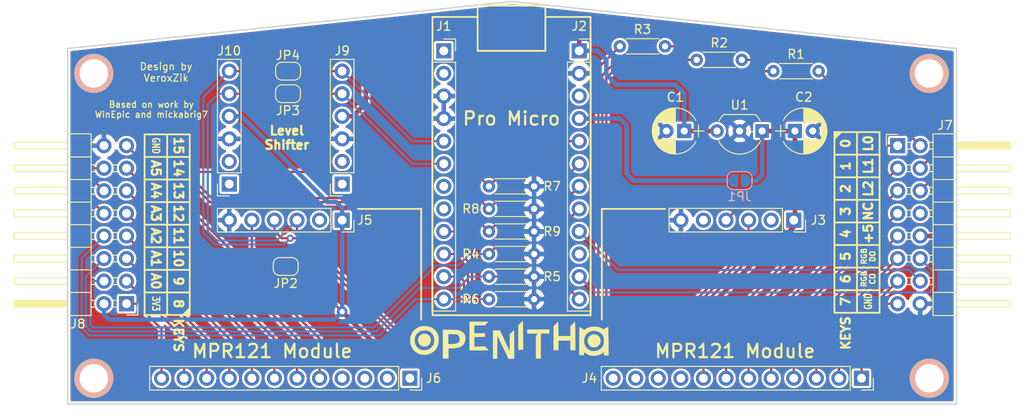
<source format=kicad_pcb>
(kicad_pcb (version 20171130) (host pcbnew "(5.0.0)")
  (layers (0 F.Cu signal) (31 B.Cu signal) (34 B.Paste user) (35 F.Paste user) (36 B.SilkS user) (37 F.SilkS user) (38 B.Mask user) (39 F.Mask user) (44 Edge.Cuts user))
  (net 0 "")
  (net 1 /AIR_5)
  (net 2 /AIR_4)
  (net 3 /AIR_3)
  (net 4 /AIR_2)
  (net 5 /AIR_1)
  (net 6 /AIR_0)
  (net 7 /LED_2)
  (net 8 /LED_1)
  (net 9 GND)
  (net 10 /LED_0)
  (net 11 +5V)
  (net 12 /KEY_7)
  (net 13 /KEY_6)
  (net 14 /KEY_5)
  (net 15 /KEY_4)
  (net 16 /KEY_3)
  (net 17 /KEY_2)
  (net 18 /KEY_1)
  (net 19 /KEY_0)
  (net 20 /KEY_8)
  (net 21 /KEY_9)
  (net 22 /KEY_10)
  (net 23 /KEY_11)
  (net 24 /KEY_12)
  (net 25 /KEY_13)
  (net 26 /KEY_14)
  (net 27 /KEY_15)
  (net 28 /RGB_DO)
  (net 29 /RGB_CO)
  (net 30 /LED_2_OUT)
  (net 31 /LED_1_OUT)
  (net 32 /LED_0_OUT)
  (net 33 +3V3)
  (net 34 "Net-(J1-Pad2)")
  (net 35 "Net-(J7-Pad8)")
  (net 36 "Net-(J9-Pad2)")
  (net 37 /SDA_H)
  (net 38 /SDA_L)
  (net 39 VCC)
  (net 40 /SCL_H)
  (net 41 /SCL_L)
  (net 42 "Net-(J5-Pad5)")
  (net 43 "Net-(J10-Pad1)")
  (net 44 "Net-(J10-Pad2)")
  (net 45 "Net-(J9-Pad1)")
  (net 46 "Net-(J5-Pad2)")
  (net 47 "Net-(J3-Pad5)")
  (net 48 "Net-(J3-Pad2)")
  (net 49 "Net-(J4-Pad11)")
  (net 50 "Net-(J4-Pad10)")
  (net 51 "Net-(J4-Pad9)")
  (net 52 "Net-(J2-Pad10)")
  (net 53 "Net-(J2-Pad3)")
  (net 54 "Net-(J1-Pad1)")
  (net 55 "Net-(J1-Pad7)")
  (net 56 "Net-(J1-Pad8)")
  (net 57 "Net-(J4-Pad12)")
  (net 58 "Net-(J6-Pad1)")
  (net 59 "Net-(J6-Pad2)")
  (net 60 "Net-(J6-Pad3)")
  (net 61 "Net-(J6-Pad4)")
  (module OpeNITHM:OpeNITHM (layer F.Cu) (at 154.686 80.772)
    (fp_text reference G*** hide)
    (fp_text value LOGO hide)
  )
  (module Resistors_THT:R_Axial_DIN0204_L3.6mm_D1.6mm_P5.08mm_Horizontal (layer F.Cu) (at 189.484 50.546 180)
    (fp_text reference R1 (at 2.54 1.905 180) (layer F.SilkS))
    (fp_text value 33)
    (pad 2 thru_hole oval (at 5.08 0 180) (size 1.4 1.4) (drill 0.7) (layers *.Cu *.Mask) (net 10 /LED_0))
    (pad 1 thru_hole circle (at 0 0 180) (size 1.4 1.4) (drill 0.7) (layers *.Cu *.Mask) (net 32 /LED_0_OUT))
  )
  (module Resistors_THT:R_Axial_DIN0204_L3.6mm_D1.6mm_P5.08mm_Horizontal (layer F.Cu) (at 180.848 49.276 180)
    (fp_text reference R2 (at 2.54 1.905 180) (layer F.SilkS))
    (fp_text value 33)
    (pad 1 thru_hole circle (at 0 0 180) (size 1.4 1.4) (drill 0.7) (layers *.Cu *.Mask) (net 31 /LED_1_OUT))
    (pad 2 thru_hole oval (at 5.08 0 180) (size 1.4 1.4) (drill 0.7) (layers *.Cu *.Mask) (net 8 /LED_1))
  )
  (module Resistors_THT:R_Axial_DIN0204_L3.6mm_D1.6mm_P5.08mm_Horizontal (layer F.Cu) (at 172.212 47.752 180)
    (fp_text reference R3 (at 2.54 1.905 180) (layer F.SilkS))
    (fp_text value 33)
    (pad 2 thru_hole oval (at 5.08 0 180) (size 1.4 1.4) (drill 0.7) (layers *.Cu *.Mask) (net 7 /LED_2))
    (pad 1 thru_hole circle (at 0 0 180) (size 1.4 1.4) (drill 0.7) (layers *.Cu *.Mask) (net 30 /LED_2_OUT))
  )
  (module Resistors_THT:R_Axial_DIN0204_L3.6mm_D1.6mm_P5.08mm_Horizontal (layer F.Cu) (at 152.4 71.12)
    (fp_text reference R4 (at -2.032 0) (layer F.SilkS))
    (fp_text value 51k)
    (pad 1 thru_hole circle (at 0 0) (size 1.4 1.4) (drill 0.7) (layers *.Cu *.Mask) (net 6 /AIR_0))
    (pad 2 thru_hole oval (at 5.08 0) (size 1.4 1.4) (drill 0.7) (layers *.Cu *.Mask) (net 9 GND))
  )
  (module Resistors_THT:R_Axial_DIN0204_L3.6mm_D1.6mm_P5.08mm_Horizontal (layer F.Cu) (at 152.4 73.66)
    (fp_text reference R5 (at 7.112 0) (layer F.SilkS))
    (fp_text value 51k)
    (pad 2 thru_hole oval (at 5.08 0) (size 1.4 1.4) (drill 0.7) (layers *.Cu *.Mask) (net 9 GND))
    (pad 1 thru_hole circle (at 0 0) (size 1.4 1.4) (drill 0.7) (layers *.Cu *.Mask) (net 5 /AIR_1))
  )
  (module Resistors_THT:R_Axial_DIN0204_L3.6mm_D1.6mm_P5.08mm_Horizontal (layer F.Cu) (at 152.4 76.2)
    (fp_text reference R6 (at -2.032 0) (layer F.SilkS))
    (fp_text value 51k)
    (pad 1 thru_hole circle (at 0 0) (size 1.4 1.4) (drill 0.7) (layers *.Cu *.Mask) (net 4 /AIR_2))
    (pad 2 thru_hole oval (at 5.08 0) (size 1.4 1.4) (drill 0.7) (layers *.Cu *.Mask) (net 9 GND))
  )
  (module Resistors_THT:R_Axial_DIN0204_L3.6mm_D1.6mm_P5.08mm_Horizontal (layer F.Cu) (at 152.4 63.5)
    (fp_text reference R7 (at 7.112 0) (layer F.SilkS))
    (fp_text value 51k)
    (pad 2 thru_hole oval (at 5.08 0) (size 1.4 1.4) (drill 0.7) (layers *.Cu *.Mask) (net 9 GND))
    (pad 1 thru_hole circle (at 0 0) (size 1.4 1.4) (drill 0.7) (layers *.Cu *.Mask) (net 3 /AIR_3))
  )
  (module Resistors_THT:R_Axial_DIN0204_L3.6mm_D1.6mm_P5.08mm_Horizontal (layer F.Cu) (at 152.4 66.04)
    (fp_text reference R8 (at -2.032 0) (layer F.SilkS))
    (fp_text value 51k)
    (pad 1 thru_hole circle (at 0 0) (size 1.4 1.4) (drill 0.7) (layers *.Cu *.Mask) (net 2 /AIR_4))
    (pad 2 thru_hole oval (at 5.08 0) (size 1.4 1.4) (drill 0.7) (layers *.Cu *.Mask) (net 9 GND))
  )
  (module Resistors_THT:R_Axial_DIN0204_L3.6mm_D1.6mm_P5.08mm_Horizontal (layer F.Cu) (at 152.4 68.58)
    (fp_text reference R9 (at 7.112 0) (layer F.SilkS))
    (fp_text value 51k)
    (pad 2 thru_hole oval (at 5.08 0) (size 1.4 1.4) (drill 0.7) (layers *.Cu *.Mask) (net 9 GND))
    (pad 1 thru_hole circle (at 0 0) (size 1.4 1.4) (drill 0.7) (layers *.Cu *.Mask) (net 1 /AIR_5))
  )
  (module Connector_PinSocket_2.54mm:PinSocket_1x12_P2.54mm_Vertical (layer F.Cu) (at 147.32 48.26)
    (fp_text reference J1 (at 0 -2.77) (layer F.SilkS))
    (fp_text value Conn_01x12)
    (pad 12 thru_hole oval (at 0 27.94) (size 1.7 1.7) (drill 1) (layers *.Cu *.Mask) (net 4 /AIR_2))
    (pad 11 thru_hole oval (at 0 25.4) (size 1.7 1.7) (drill 1) (layers *.Cu *.Mask) (net 10 /LED_0))
    (pad 10 thru_hole oval (at 0 22.86) (size 1.7 1.7) (drill 1) (layers *.Cu *.Mask) (net 8 /LED_1))
    (pad 9 thru_hole oval (at 0 20.32) (size 1.7 1.7) (drill 1) (layers *.Cu *.Mask) (net 7 /LED_2))
    (pad 8 thru_hole oval (at 0 17.78) (size 1.7 1.7) (drill 1) (layers *.Cu *.Mask) (net 56 "Net-(J1-Pad8)"))
    (pad 7 thru_hole oval (at 0 15.24) (size 1.7 1.7) (drill 1) (layers *.Cu *.Mask) (net 55 "Net-(J1-Pad7)"))
    (pad 6 thru_hole oval (at 0 12.7) (size 1.7 1.7) (drill 1) (layers *.Cu *.Mask) (net 40 /SCL_H))
    (pad 5 thru_hole oval (at 0 10.16) (size 1.7 1.7) (drill 1) (layers *.Cu *.Mask) (net 37 /SDA_H))
    (pad 4 thru_hole oval (at 0 7.62) (size 1.7 1.7) (drill 1) (layers *.Cu *.Mask) (net 9 GND))
    (pad 3 thru_hole oval (at 0 5.08) (size 1.7 1.7) (drill 1) (layers *.Cu *.Mask) (net 9 GND))
    (pad 2 thru_hole oval (at 0 2.54) (size 1.7 1.7) (drill 1) (layers *.Cu *.Mask) (net 34 "Net-(J1-Pad2)"))
    (pad 1 thru_hole rect (at 0 0) (size 1.7 1.7) (drill 1) (layers *.Cu *.Mask) (net 54 "Net-(J1-Pad1)"))
  )
  (module Connector_PinSocket_2.54mm:PinSocket_1x12_P2.54mm_Vertical (layer F.Cu) (at 162.56 48.26)
    (fp_text reference J2 (at 0 -2.77) (layer F.SilkS))
    (fp_text value Conn_01x12)
    (pad 1 thru_hole rect (at 0 0) (size 1.7 1.7) (drill 1) (layers *.Cu *.Mask) (net 11 +5V))
    (pad 2 thru_hole oval (at 0 2.54) (size 1.7 1.7) (drill 1) (layers *.Cu *.Mask) (net 9 GND))
    (pad 3 thru_hole oval (at 0 5.08) (size 1.7 1.7) (drill 1) (layers *.Cu *.Mask) (net 53 "Net-(J2-Pad3)"))
    (pad 4 thru_hole oval (at 0 7.62) (size 1.7 1.7) (drill 1) (layers *.Cu *.Mask) (net 39 VCC))
    (pad 5 thru_hole oval (at 0 10.16) (size 1.7 1.7) (drill 1) (layers *.Cu *.Mask) (net 3 /AIR_3))
    (pad 6 thru_hole oval (at 0 12.7) (size 1.7 1.7) (drill 1) (layers *.Cu *.Mask) (net 2 /AIR_4))
    (pad 7 thru_hole oval (at 0 15.24) (size 1.7 1.7) (drill 1) (layers *.Cu *.Mask) (net 1 /AIR_5))
    (pad 8 thru_hole oval (at 0 17.78) (size 1.7 1.7) (drill 1) (layers *.Cu *.Mask) (net 6 /AIR_0))
    (pad 9 thru_hole oval (at 0 20.32) (size 1.7 1.7) (drill 1) (layers *.Cu *.Mask) (net 29 /RGB_CO))
    (pad 10 thru_hole oval (at 0 22.86) (size 1.7 1.7) (drill 1) (layers *.Cu *.Mask) (net 52 "Net-(J2-Pad10)"))
    (pad 11 thru_hole oval (at 0 25.4) (size 1.7 1.7) (drill 1) (layers *.Cu *.Mask) (net 28 /RGB_DO))
    (pad 12 thru_hole oval (at 0 27.94) (size 1.7 1.7) (drill 1) (layers *.Cu *.Mask) (net 5 /AIR_1))
  )
  (module Connector_PinSocket_2.54mm:PinSocket_1x12_P2.54mm_Vertical (layer F.Cu) (at 194.31 85.09 270)
    (fp_text reference J4 (at 0 30.607) (layer F.SilkS))
    (fp_text value Conn_01x12)
    (pad 12 thru_hole oval (at 0 27.94 270) (size 1.7 1.7) (drill 1) (layers *.Cu *.Mask) (net 57 "Net-(J4-Pad12)"))
    (pad 11 thru_hole oval (at 0 25.4 270) (size 1.7 1.7) (drill 1) (layers *.Cu *.Mask) (net 49 "Net-(J4-Pad11)"))
    (pad 10 thru_hole oval (at 0 22.86 270) (size 1.7 1.7) (drill 1) (layers *.Cu *.Mask) (net 50 "Net-(J4-Pad10)"))
    (pad 9 thru_hole oval (at 0 20.32 270) (size 1.7 1.7) (drill 1) (layers *.Cu *.Mask) (net 51 "Net-(J4-Pad9)"))
    (pad 8 thru_hole oval (at 0 17.78 270) (size 1.7 1.7) (drill 1) (layers *.Cu *.Mask) (net 19 /KEY_0))
    (pad 7 thru_hole oval (at 0 15.24 270) (size 1.7 1.7) (drill 1) (layers *.Cu *.Mask) (net 18 /KEY_1))
    (pad 6 thru_hole oval (at 0 12.7 270) (size 1.7 1.7) (drill 1) (layers *.Cu *.Mask) (net 17 /KEY_2))
    (pad 5 thru_hole oval (at 0 10.16 270) (size 1.7 1.7) (drill 1) (layers *.Cu *.Mask) (net 16 /KEY_3))
    (pad 4 thru_hole oval (at 0 7.62 270) (size 1.7 1.7) (drill 1) (layers *.Cu *.Mask) (net 15 /KEY_4))
    (pad 3 thru_hole oval (at 0 5.08 270) (size 1.7 1.7) (drill 1) (layers *.Cu *.Mask) (net 14 /KEY_5))
    (pad 2 thru_hole oval (at 0 2.54 270) (size 1.7 1.7) (drill 1) (layers *.Cu *.Mask) (net 13 /KEY_6))
    (pad 1 thru_hole rect (at 0 0 270) (size 1.7 1.7) (drill 1) (layers *.Cu *.Mask) (net 12 /KEY_7))
  )
  (module Connector_PinSocket_2.54mm:PinSocket_1x12_P2.54mm_Vertical (layer F.Cu) (at 143.51 85.09 270)
    (fp_text reference J6 (at 0 -2.667) (layer F.SilkS))
    (fp_text value Conn_01x12)
    (pad 1 thru_hole rect (at 0 0 270) (size 1.7 1.7) (drill 1) (layers *.Cu *.Mask) (net 58 "Net-(J6-Pad1)"))
    (pad 2 thru_hole oval (at 0 2.54 270) (size 1.7 1.7) (drill 1) (layers *.Cu *.Mask) (net 59 "Net-(J6-Pad2)"))
    (pad 3 thru_hole oval (at 0 5.08 270) (size 1.7 1.7) (drill 1) (layers *.Cu *.Mask) (net 60 "Net-(J6-Pad3)"))
    (pad 4 thru_hole oval (at 0 7.62 270) (size 1.7 1.7) (drill 1) (layers *.Cu *.Mask) (net 61 "Net-(J6-Pad4)"))
    (pad 5 thru_hole oval (at 0 10.16 270) (size 1.7 1.7) (drill 1) (layers *.Cu *.Mask) (net 27 /KEY_15))
    (pad 6 thru_hole oval (at 0 12.7 270) (size 1.7 1.7) (drill 1) (layers *.Cu *.Mask) (net 26 /KEY_14))
    (pad 7 thru_hole oval (at 0 15.24 270) (size 1.7 1.7) (drill 1) (layers *.Cu *.Mask) (net 25 /KEY_13))
    (pad 8 thru_hole oval (at 0 17.78 270) (size 1.7 1.7) (drill 1) (layers *.Cu *.Mask) (net 24 /KEY_12))
    (pad 9 thru_hole oval (at 0 20.32 270) (size 1.7 1.7) (drill 1) (layers *.Cu *.Mask) (net 23 /KEY_11))
    (pad 10 thru_hole oval (at 0 22.86 270) (size 1.7 1.7) (drill 1) (layers *.Cu *.Mask) (net 22 /KEY_10))
    (pad 11 thru_hole oval (at 0 25.4 270) (size 1.7 1.7) (drill 1) (layers *.Cu *.Mask) (net 21 /KEY_9))
    (pad 12 thru_hole oval (at 0 27.94 270) (size 1.7 1.7) (drill 1) (layers *.Cu *.Mask) (net 20 /KEY_8))
  )
  (module Mounting_Holes:MountingHole_3.2mm_M3_ISO7380 (layer F.Cu) (at 201.95 85.1)
    (fp_text reference MH1 hide)
    (fp_text value MountingHole)
    (pad 1 np_thru_hole circle (at 0 0) (size 3.2 3.2) (drill 3.2) (layers *.Cu *.Mask))
  )
  (module Mounting_Holes:MountingHole_3.2mm_M3_ISO7380 (layer F.Cu) (at 201.9 50.8)
    (fp_text reference MH2 hide)
    (fp_text value MountingHole)
    (pad 1 np_thru_hole circle (at 0 0) (size 3.2 3.2) (drill 3.2) (layers *.Cu *.Mask))
  )
  (module Mounting_Holes:MountingHole_3.2mm_M3_ISO7380 (layer F.Cu) (at 107.95 85.1)
    (fp_text reference MH3 hide)
    (fp_text value MountingHole)
    (pad 1 np_thru_hole circle (at 0 0) (size 3.2 3.2) (drill 3.2) (layers *.Cu *.Mask))
  )
  (module Mounting_Holes:MountingHole_3.2mm_M3_ISO7380 (layer F.Cu) (at 107.95 50.8)
    (fp_text reference MH4 hide)
    (fp_text value MountingHole)
    (pad 1 np_thru_hole circle (at 0 0) (size 3.2 3.2) (drill 3.2) (layers *.Cu *.Mask))
  )
  (module Capacitors_THT:CP_Radial_D5.0mm_P2.00mm (layer F.Cu) (at 186.817 57.277)
    (fp_text reference C2 (at 1 -3.81) (layer F.SilkS))
    (fp_text value "35V 10uF")
    (pad 1 thru_hole rect (at 0 0) (size 1.6 1.6) (drill 0.8) (layers *.Cu *.Mask) (net 33 +3V3))
    (pad 2 thru_hole circle (at 2 0) (size 1.6 1.6) (drill 0.8) (layers *.Cu *.Mask) (net 9 GND))
  )
  (module Capacitors_THT:CP_Radial_D5.0mm_P2.00mm (layer F.Cu) (at 174.371 57.277 180)
    (fp_text reference C1 (at 1 3.81 180) (layer F.SilkS))
    (fp_text value "35V 10uF")
    (pad 2 thru_hole circle (at 2 0 180) (size 1.6 1.6) (drill 0.8) (layers *.Cu *.Mask) (net 9 GND))
    (pad 1 thru_hole rect (at 0 0 180) (size 1.6 1.6) (drill 0.8) (layers *.Cu *.Mask) (net 11 +5V))
  )
  (module Connector_PinSocket_2.54mm:PinSocket_1x06_P2.54mm_Vertical (layer F.Cu) (at 186.69 67.31 270)
    (fp_text reference J3 (at 0 -2.77) (layer F.SilkS))
    (fp_text value Conn_01x06)
    (pad 6 thru_hole oval (at 0 12.7 270) (size 1.7 1.7) (drill 1) (layers *.Cu *.Mask) (net 9 GND))
    (pad 5 thru_hole oval (at 0 10.16 270) (size 1.7 1.7) (drill 1) (layers *.Cu *.Mask) (net 47 "Net-(J3-Pad5)"))
    (pad 4 thru_hole oval (at 0 7.62 270) (size 1.7 1.7) (drill 1) (layers *.Cu *.Mask) (net 38 /SDA_L))
    (pad 3 thru_hole oval (at 0 5.08 270) (size 1.7 1.7) (drill 1) (layers *.Cu *.Mask) (net 41 /SCL_L))
    (pad 2 thru_hole oval (at 0 2.54 270) (size 1.7 1.7) (drill 1) (layers *.Cu *.Mask) (net 48 "Net-(J3-Pad2)"))
    (pad 1 thru_hole rect (at 0 0 270) (size 1.7 1.7) (drill 1) (layers *.Cu *.Mask) (net 33 +3V3))
  )
  (module Connector_PinSocket_2.54mm:PinSocket_1x06_P2.54mm_Vertical (layer F.Cu) (at 135.89 67.31 270)
    (fp_text reference J5 (at 0 -2.54) (layer F.SilkS))
    (fp_text value Conn_01x06)
    (pad 1 thru_hole rect (at 0 0 270) (size 1.7 1.7) (drill 1) (layers *.Cu *.Mask) (net 33 +3V3))
    (pad 2 thru_hole oval (at 0 2.54 270) (size 1.7 1.7) (drill 1) (layers *.Cu *.Mask) (net 46 "Net-(J5-Pad2)"))
    (pad 3 thru_hole oval (at 0 5.08 270) (size 1.7 1.7) (drill 1) (layers *.Cu *.Mask) (net 41 /SCL_L))
    (pad 4 thru_hole oval (at 0 7.62 270) (size 1.7 1.7) (drill 1) (layers *.Cu *.Mask) (net 38 /SDA_L))
    (pad 5 thru_hole oval (at 0 10.16 270) (size 1.7 1.7) (drill 1) (layers *.Cu *.Mask) (net 42 "Net-(J5-Pad5)"))
    (pad 6 thru_hole oval (at 0 12.7 270) (size 1.7 1.7) (drill 1) (layers *.Cu *.Mask) (net 9 GND))
  )
  (module Connector_PinSocket_2.54mm:PinSocket_1x06_P2.54mm_Vertical (layer F.Cu) (at 135.89 63.246 180)
    (fp_text reference J9 (at 0 14.986 180) (layer F.SilkS))
    (fp_text value Conn_01x06)
    (pad 6 thru_hole oval (at 0 12.7 180) (size 1.7 1.7) (drill 1) (layers *.Cu *.Mask) (net 37 /SDA_H))
    (pad 5 thru_hole oval (at 0 10.16 180) (size 1.7 1.7) (drill 1) (layers *.Cu *.Mask) (net 40 /SCL_H))
    (pad 4 thru_hole oval (at 0 7.62 180) (size 1.7 1.7) (drill 1) (layers *.Cu *.Mask) (net 11 +5V))
    (pad 3 thru_hole oval (at 0 5.08 180) (size 1.7 1.7) (drill 1) (layers *.Cu *.Mask) (net 9 GND))
    (pad 2 thru_hole oval (at 0 2.54 180) (size 1.7 1.7) (drill 1) (layers *.Cu *.Mask) (net 36 "Net-(J9-Pad2)"))
    (pad 1 thru_hole rect (at 0 0 180) (size 1.7 1.7) (drill 1) (layers *.Cu *.Mask) (net 45 "Net-(J9-Pad1)"))
  )
  (module Connector_PinSocket_2.54mm:PinSocket_1x06_P2.54mm_Vertical (layer F.Cu) (at 123.19 63.246 180)
    (fp_text reference J10 (at 0 14.986 180) (layer F.SilkS))
    (fp_text value Conn_01x06)
    (pad 1 thru_hole rect (at 0 0 180) (size 1.7 1.7) (drill 1) (layers *.Cu *.Mask) (net 43 "Net-(J10-Pad1)"))
    (pad 2 thru_hole oval (at 0 2.54 180) (size 1.7 1.7) (drill 1) (layers *.Cu *.Mask) (net 44 "Net-(J10-Pad2)"))
    (pad 3 thru_hole oval (at 0 5.08 180) (size 1.7 1.7) (drill 1) (layers *.Cu *.Mask) (net 9 GND))
    (pad 4 thru_hole oval (at 0 7.62 180) (size 1.7 1.7) (drill 1) (layers *.Cu *.Mask) (net 33 +3V3))
    (pad 5 thru_hole oval (at 0 10.16 180) (size 1.7 1.7) (drill 1) (layers *.Cu *.Mask) (net 41 /SCL_L))
    (pad 6 thru_hole oval (at 0 12.7 180) (size 1.7 1.7) (drill 1) (layers *.Cu *.Mask) (net 38 /SDA_L))
  )
  (module Jumper:SolderJumper-2_P1.3mm_Bridged_RoundedPad1.0x1.5mm (layer F.Cu) (at 129.54 72.517 180)
    (fp_text reference JP2 (at 0 -1.905 180) (layer F.SilkS))
    (fp_text value SolderJumper_2_Bridged)
    (pad 1 smd custom (at -0.65 0 180) (size 1 0.5) (layers F.Cu F.Mask) (net 33 +3V3) (options (clearance outline) (anchor rect)) (primitives (gr_circle (center 0 0.25) (end 0.5 0.25) (width 0)) (gr_circle (center 0 -0.25) (end 0.5 -0.25) (width 0)) (gr_poly (pts (xy 0 -0.75) (xy 0.5 -0.75) (xy 0.5 0.75) (xy 0 0.75)) (width 0)) (gr_poly (pts (xy 0.9 -0.3) (xy 0.4 -0.3) (xy 0.4 0.3) (xy 0.9 0.3)) (width 0))))
    (pad 2 smd custom (at 0.65 0 180) (size 1 0.5) (layers F.Cu F.Mask) (net 42 "Net-(J5-Pad5)") (options (clearance outline) (anchor rect)) (primitives (gr_circle (center 0 0.25) (end 0.5 0.25) (width 0)) (gr_circle (center 0 -0.25) (end 0.5 -0.25) (width 0)) (gr_poly (pts (xy 0 -0.75) (xy -0.5 -0.75) (xy -0.5 0.75) (xy 0 0.75)) (width 0))))
  )
  (module Jumper:SolderJumper-2_P1.3mm_Open_RoundedPad1.0x1.5mm (layer F.Cu) (at 129.794 53.086 180)
    (fp_text reference JP3 (at 0 -1.905 180) (layer F.SilkS))
    (fp_text value SolderJumper_2_Open)
    (pad 2 smd custom (at 0.65 0 180) (size 1 0.5) (layers F.Cu F.Mask) (net 41 /SCL_L) (options (clearance outline) (anchor rect)) (primitives (gr_circle (center 0 0.25) (end 0.5 0.25) (width 0)) (gr_circle (center 0 -0.25) (end 0.5 -0.25) (width 0)) (gr_poly (pts (xy 0 -0.75) (xy -0.5 -0.75) (xy -0.5 0.75) (xy 0 0.75)) (width 0))))
    (pad 1 smd custom (at -0.65 0 180) (size 1 0.5) (layers F.Cu F.Mask) (net 40 /SCL_H) (options (clearance outline) (anchor rect)) (primitives (gr_circle (center 0 0.25) (end 0.5 0.25) (width 0)) (gr_circle (center 0 -0.25) (end 0.5 -0.25) (width 0)) (gr_poly (pts (xy 0 -0.75) (xy 0.5 -0.75) (xy 0.5 0.75) (xy 0 0.75)) (width 0))))
  )
  (module Jumper:SolderJumper-2_P1.3mm_Open_RoundedPad1.0x1.5mm (layer B.Cu) (at 180.594 62.865)
    (fp_text reference JP1 (at 0 1.8) (layer B.SilkS) (effects (justify mirror)))
    (fp_text value SolderJumper_2_Open)
    (pad 2 smd custom (at 0.65 0) (size 1 0.5) (layers B.Cu B.Mask) (net 33 +3V3) (options (clearance outline) (anchor rect)) (primitives (gr_circle (center 0 -0.25) (end 0.5 -0.25) (width 0)) (gr_circle (center 0 0.25) (end 0.5 0.25) (width 0)) (gr_poly (pts (xy 0 0.75) (xy -0.5 0.75) (xy -0.5 -0.75) (xy 0 -0.75)) (width 0))))
    (pad 1 smd custom (at -0.65 0) (size 1 0.5) (layers B.Cu B.Mask) (net 39 VCC) (options (clearance outline) (anchor rect)) (primitives (gr_circle (center 0 -0.25) (end 0.5 -0.25) (width 0)) (gr_circle (center 0 0.25) (end 0.5 0.25) (width 0)) (gr_poly (pts (xy 0 0.75) (xy 0.5 0.75) (xy 0.5 -0.75) (xy 0 -0.75)) (width 0))))
  )
  (module Jumper:SolderJumper-2_P1.3mm_Open_RoundedPad1.0x1.5mm (layer F.Cu) (at 129.805001 50.546 180)
    (fp_text reference JP4 (at 0.011001 1.778 180) (layer F.SilkS))
    (fp_text value SolderJumper_2_Open)
    (pad 1 smd custom (at -0.65 0 180) (size 1 0.5) (layers F.Cu F.Mask) (net 37 /SDA_H) (options (clearance outline) (anchor rect)) (primitives (gr_circle (center 0 0.25) (end 0.5 0.25) (width 0)) (gr_circle (center 0 -0.25) (end 0.5 -0.25) (width 0)) (gr_poly (pts (xy 0 -0.75) (xy 0.5 -0.75) (xy 0.5 0.75) (xy 0 0.75)) (width 0))))
    (pad 2 smd custom (at 0.65 0 180) (size 1 0.5) (layers F.Cu F.Mask) (net 38 /SDA_L) (options (clearance outline) (anchor rect)) (primitives (gr_circle (center 0 0.25) (end 0.5 0.25) (width 0)) (gr_circle (center 0 -0.25) (end 0.5 -0.25) (width 0)) (gr_poly (pts (xy 0 -0.75) (xy -0.5 -0.75) (xy -0.5 0.75) (xy 0 0.75)) (width 0))))
  )
  (module TO_SOT_Packages_THT:TO-92_Inline_Wide (layer F.Cu) (at 183.134 57.277 180)
    (fp_text reference U1 (at 2.54 2.921) (layer F.SilkS))
    (fp_text value L4931CZ33)
    (pad 1 thru_hole rect (at 0 0 270) (size 1.52 1.52) (drill 0.8) (layers *.Cu *.Mask) (net 33 +3V3))
    (pad 3 thru_hole circle (at 5.08 0 270) (size 1.52 1.52) (drill 0.8) (layers *.Cu *.Mask) (net 11 +5V))
    (pad 2 thru_hole circle (at 2.54 0 270) (size 1.52 1.52) (drill 0.8) (layers *.Cu *.Mask) (net 9 GND))
  )
  (module Connector_PinHeader_2.54mm:PinHeader_2x08_P2.54mm_Horizontal (layer F.Cu) (at 198.374 58.928)
    (fp_text reference J7 (at 5.334 -2.286) (layer F.SilkS))
    (fp_text value Conn_02x08_Odd_Even)
    (pad 16 thru_hole oval (at 2.54 17.78) (size 1.7 1.7) (drill 1) (layers *.Cu *.Mask) (net 9 GND))
    (pad 15 thru_hole oval (at 0 17.78) (size 1.7 1.7) (drill 1) (layers *.Cu *.Mask) (net 12 /KEY_7))
    (pad 14 thru_hole oval (at 2.54 15.24) (size 1.7 1.7) (drill 1) (layers *.Cu *.Mask) (net 29 /RGB_CO))
    (pad 13 thru_hole oval (at 0 15.24) (size 1.7 1.7) (drill 1) (layers *.Cu *.Mask) (net 13 /KEY_6))
    (pad 12 thru_hole oval (at 2.54 12.7) (size 1.7 1.7) (drill 1) (layers *.Cu *.Mask) (net 28 /RGB_DO))
    (pad 11 thru_hole oval (at 0 12.7) (size 1.7 1.7) (drill 1) (layers *.Cu *.Mask) (net 14 /KEY_5))
    (pad 10 thru_hole oval (at 2.54 10.16) (size 1.7 1.7) (drill 1) (layers *.Cu *.Mask) (net 11 +5V))
    (pad 9 thru_hole oval (at 0 10.16) (size 1.7 1.7) (drill 1) (layers *.Cu *.Mask) (net 15 /KEY_4))
    (pad 8 thru_hole oval (at 2.54 7.62) (size 1.7 1.7) (drill 1) (layers *.Cu *.Mask) (net 35 "Net-(J7-Pad8)"))
    (pad 7 thru_hole oval (at 0 7.62) (size 1.7 1.7) (drill 1) (layers *.Cu *.Mask) (net 16 /KEY_3))
    (pad 6 thru_hole oval (at 2.54 5.08) (size 1.7 1.7) (drill 1) (layers *.Cu *.Mask) (net 30 /LED_2_OUT))
    (pad 5 thru_hole oval (at 0 5.08) (size 1.7 1.7) (drill 1) (layers *.Cu *.Mask) (net 17 /KEY_2))
    (pad 4 thru_hole oval (at 2.54 2.54) (size 1.7 1.7) (drill 1) (layers *.Cu *.Mask) (net 31 /LED_1_OUT))
    (pad 3 thru_hole oval (at 0 2.54) (size 1.7 1.7) (drill 1) (layers *.Cu *.Mask) (net 18 /KEY_1))
    (pad 2 thru_hole oval (at 2.54 0) (size 1.7 1.7) (drill 1) (layers *.Cu *.Mask) (net 32 /LED_0_OUT))
    (pad 1 thru_hole rect (at 0 0) (size 1.7 1.7) (drill 1) (layers *.Cu *.Mask) (net 19 /KEY_0))
  )
  (module Connector_PinHeader_2.54mm:PinHeader_2x08_P2.54mm_Horizontal (layer F.Cu) (at 111.633 76.708 180)
    (fp_text reference J8 (at 5.461 -2.27 180) (layer F.SilkS))
    (fp_text value Conn_02x08_Odd_Even)
    (pad 1 thru_hole rect (at 0 0 180) (size 1.7 1.7) (drill 1) (layers *.Cu *.Mask) (net 20 /KEY_8))
    (pad 2 thru_hole oval (at 2.54 0 180) (size 1.7 1.7) (drill 1) (layers *.Cu *.Mask) (net 33 +3V3))
    (pad 3 thru_hole oval (at 0 2.54 180) (size 1.7 1.7) (drill 1) (layers *.Cu *.Mask) (net 21 /KEY_9))
    (pad 4 thru_hole oval (at 2.54 2.54 180) (size 1.7 1.7) (drill 1) (layers *.Cu *.Mask) (net 6 /AIR_0))
    (pad 5 thru_hole oval (at 0 5.08 180) (size 1.7 1.7) (drill 1) (layers *.Cu *.Mask) (net 22 /KEY_10))
    (pad 6 thru_hole oval (at 2.54 5.08 180) (size 1.7 1.7) (drill 1) (layers *.Cu *.Mask) (net 5 /AIR_1))
    (pad 7 thru_hole oval (at 0 7.62 180) (size 1.7 1.7) (drill 1) (layers *.Cu *.Mask) (net 23 /KEY_11))
    (pad 8 thru_hole oval (at 2.54 7.62 180) (size 1.7 1.7) (drill 1) (layers *.Cu *.Mask) (net 4 /AIR_2))
    (pad 9 thru_hole oval (at 0 10.16 180) (size 1.7 1.7) (drill 1) (layers *.Cu *.Mask) (net 24 /KEY_12))
    (pad 10 thru_hole oval (at 2.54 10.16 180) (size 1.7 1.7) (drill 1) (layers *.Cu *.Mask) (net 3 /AIR_3))
    (pad 11 thru_hole oval (at 0 12.7 180) (size 1.7 1.7) (drill 1) (layers *.Cu *.Mask) (net 25 /KEY_13))
    (pad 12 thru_hole oval (at 2.54 12.7 180) (size 1.7 1.7) (drill 1) (layers *.Cu *.Mask) (net 2 /AIR_4))
    (pad 13 thru_hole oval (at 0 15.24 180) (size 1.7 1.7) (drill 1) (layers *.Cu *.Mask) (net 26 /KEY_14))
    (pad 14 thru_hole oval (at 2.54 15.24 180) (size 1.7 1.7) (drill 1) (layers *.Cu *.Mask) (net 1 /AIR_5))
    (pad 15 thru_hole oval (at 0 17.78 180) (size 1.7 1.7) (drill 1) (layers *.Cu *.Mask) (net 27 /KEY_15))
    (pad 16 thru_hole oval (at 2.54 17.78 180) (size 1.7 1.7) (drill 1) (layers *.Cu *.Mask) (net 9 GND))
  )
  (gr_line (start 165.1 66.04) (end 172.212 66.04) (layer F.SilkS) (width 0.2))
  (gr_line (start 165.1 78.486) (end 165.1 66.04) (layer F.SilkS) (width 0.2))
  (gr_line (start 144.78 66.04) (end 144.78 78.486) (layer F.SilkS) (width 0.2))
  (gr_line (start 137.668 66.04) (end 144.78 66.04) (layer F.SilkS) (width 0.2))
  (gr_line (start 196.342 77.724) (end 196.342 57.404) (layer F.SilkS) (width 0.2))
  (gr_line (start 113.665 57.658) (end 113.665 77.978) (layer F.SilkS) (width 0.2))
  (gr_text "MPR121 Module" (at 180.086 82.042) (layer F.SilkS) (effects (font (size 1.5 1.5) (thickness 0.25))))
  (gr_text "MPR121 Module" (at 128.016 82.042) (layer F.SilkS) (effects (font (size 1.5 1.5) (thickness 0.25))))
  (gr_text "Level\nShifter" (at 129.667 58.039) (layer F.SilkS) (effects (font (size 1 1) (thickness 0.25))))
  (gr_text GND (at 114.935 58.928 270) (layer F.SilkS) (effects (font (size 0.8 0.6))))
  (gr_text NC (at 195.072 66.294 90) (layer F.SilkS) (effects (font (size 1 1) (thickness 0.25))))
  (gr_text A5 (at 114.935 61.468 270) (layer F.SilkS) (effects (font (size 1 1) (thickness 0.25))))
  (gr_text A4 (at 114.935 64.008 270) (layer F.SilkS) (effects (font (size 1 1) (thickness 0.25))))
  (gr_text A3 (at 114.935 66.548 270) (layer F.SilkS) (effects (font (size 1 1) (thickness 0.25))))
  (gr_text A2 (at 114.935 69.088 270) (layer F.SilkS) (effects (font (size 1 1) (thickness 0.25))))
  (gr_text A1 (at 114.935 71.628 270) (layer F.SilkS) (effects (font (size 1 1) (thickness 0.25))))
  (gr_text 3V3 (at 114.935 76.708 270) (layer F.SilkS) (effects (font (size 0.8 0.6))))
  (gr_text 8 (at 117.475 76.708 270) (layer F.SilkS) (effects (font (size 1 1) (thickness 0.25))))
  (gr_text 15 (at 117.475 58.928 270) (layer F.SilkS) (effects (font (size 1 1) (thickness 0.25))))
  (gr_text 13 (at 117.475 64.008 270) (layer F.SilkS) (effects (font (size 1 1) (thickness 0.25))))
  (gr_text 11 (at 117.475 69.088 270) (layer F.SilkS) (effects (font (size 1 1) (thickness 0.25))))
  (gr_text KEYS (at 117.475 80.264 270) (layer F.SilkS) (effects (font (size 1 1) (thickness 0.25))))
  (gr_text 12 (at 117.475 66.548 270) (layer F.SilkS) (effects (font (size 1 1) (thickness 0.25))))
  (gr_text 10 (at 117.475 71.628 270) (layer F.SilkS) (effects (font (size 1 1) (thickness 0.25))))
  (gr_text 9 (at 117.475 74.168 270) (layer F.SilkS) (effects (font (size 1 1) (thickness 0.25))))
  (gr_text A0 (at 114.935 74.168 270) (layer F.SilkS) (effects (font (size 1 1) (thickness 0.25))))
  (gr_text 14 (at 117.475 61.468 270) (layer F.SilkS) (effects (font (size 1 1) (thickness 0.25))))
  (gr_line (start 118.745 57.658) (end 118.745 77.978) (layer F.SilkS) (width 0.2))
  (gr_line (start 113.665 57.658) (end 118.745 57.658) (layer F.SilkS) (width 0.2))
  (gr_line (start 113.665 77.978) (end 118.745 77.978) (layer F.SilkS) (width 0.2))
  (gr_line (start 113.665 62.738) (end 118.745 62.738) (layer F.SilkS) (width 0.2))
  (gr_line (start 113.665 65.278) (end 118.745 65.278) (layer F.SilkS) (width 0.2))
  (gr_line (start 116.205 57.658) (end 116.205 77.978) (layer F.SilkS) (width 0.2))
  (gr_line (start 118.745 70.358) (end 113.665 70.358) (layer F.SilkS) (width 0.2))
  (gr_line (start 118.745 75.438) (end 113.665 75.438) (layer F.SilkS) (width 0.2))
  (gr_line (start 113.665 67.818) (end 118.745 67.818) (layer F.SilkS) (width 0.2))
  (gr_line (start 113.665 72.898) (end 118.745 72.898) (layer F.SilkS) (width 0.2))
  (gr_line (start 113.665 60.198) (end 118.745 60.198) (layer F.SilkS) (width 0.2))
  (gr_line (start 118.237 77.978) (end 118.745 77.724) (layer F.SilkS) (width 0.2))
  (gr_line (start 117.983 77.978) (end 118.745 77.47) (layer F.SilkS) (width 0.2))
  (gr_line (start 118.745 77.216) (end 117.983 77.978) (layer F.SilkS) (width 0.2))
  (gr_line (start 118.745 77.47) (end 118.237 77.978) (layer F.SilkS) (width 0.2))
  (gr_text "RGB\nDO" (at 195.072 71.374 90) (layer F.SilkS) (effects (font (size 0.6 0.6))))
  (gr_text "RGB\nCO" (at 195.072 73.914 90) (layer F.SilkS) (effects (font (size 0.6 0.6))))
  (gr_text GND (at 195.072 76.454 90) (layer F.SilkS) (effects (font (size 0.8 0.6))))
  (gr_text +5 (at 195.072 68.834 90) (layer F.SilkS) (effects (font (size 1 1) (thickness 0.25))))
  (gr_text L2 (at 195.072 63.754 90) (layer F.SilkS) (effects (font (size 1 1) (thickness 0.25))))
  (gr_text L1 (at 195.072 61.214 90) (layer F.SilkS) (effects (font (size 1 1) (thickness 0.25))))
  (gr_text L0 (at 195.072 58.674 90) (layer F.SilkS) (effects (font (size 1 1) (thickness 0.25))))
  (gr_line (start 191.77 57.404) (end 191.262 57.658) (layer F.SilkS) (width 0.2))
  (gr_line (start 191.262 57.912) (end 191.77 57.404) (layer F.SilkS) (width 0.2))
  (gr_line (start 192.024 57.404) (end 191.262 57.912) (layer F.SilkS) (width 0.2))
  (gr_line (start 191.262 58.166) (end 192.024 57.404) (layer F.SilkS) (width 0.2))
  (gr_text 7 (at 192.532 76.454 90) (layer F.SilkS) (effects (font (size 1 1) (thickness 0.25))))
  (gr_text 6 (at 192.532 73.914 90) (layer F.SilkS) (effects (font (size 1 1) (thickness 0.25))))
  (gr_text 5 (at 192.532 71.374 90) (layer F.SilkS) (effects (font (size 1 1) (thickness 0.25))))
  (gr_text 4 (at 192.532 68.834 90) (layer F.SilkS) (effects (font (size 1 1) (thickness 0.25))))
  (gr_text 3 (at 192.532 66.294 90) (layer F.SilkS) (effects (font (size 1 1) (thickness 0.25))))
  (gr_text 2 (at 192.532 63.754 90) (layer F.SilkS) (effects (font (size 1 1) (thickness 0.25))))
  (gr_text 1 (at 192.532 61.214 90) (layer F.SilkS) (effects (font (size 1 1) (thickness 0.25))))
  (gr_text 0 (at 192.532 58.674 90) (layer F.SilkS) (effects (font (size 1 1) (thickness 0.25))))
  (gr_line (start 196.342 75.184) (end 191.262 75.184) (layer F.SilkS) (width 0.2))
  (gr_line (start 196.342 72.644) (end 191.262 72.644) (layer F.SilkS) (width 0.2))
  (gr_line (start 196.342 70.104) (end 191.262 70.104) (layer F.SilkS) (width 0.2))
  (gr_line (start 196.342 67.564) (end 191.262 67.564) (layer F.SilkS) (width 0.2))
  (gr_line (start 191.262 65.024) (end 196.342 65.024) (layer F.SilkS) (width 0.2))
  (gr_line (start 196.342 62.484) (end 191.262 62.484) (layer F.SilkS) (width 0.2))
  (gr_line (start 191.262 59.944) (end 196.342 59.944) (layer F.SilkS) (width 0.2))
  (gr_line (start 193.802 77.724) (end 193.802 57.404) (layer F.SilkS) (width 0.2))
  (gr_text "Based on work by\nWinEpic and mickabrig7" (at 114.427 54.864) (layer F.SilkS) (effects (font (size 0.7 0.7) (thickness 0.125))))
  (gr_circle (center 201.93 50.8) (end 203.63 50.8) (layer B.SilkS) (width 1))
  (gr_circle (center 201.93 85.09) (end 203.63 85.09) (layer B.SilkS) (width 1))
  (gr_circle (center 107.95 85.09) (end 109.65 85.09) (layer B.SilkS) (width 1))
  (gr_circle (center 107.95 50.8) (end 109.65 50.8) (layer B.SilkS) (width 1))
  (gr_text "Design by\nVeroxZik" (at 116.078 50.673) (layer F.SilkS) (effects (font (size 0.8 0.8) (thickness 0.125))))
  (gr_circle (center 107.95 50.8) (end 109.65 50.8) (layer F.SilkS) (width 1))
  (gr_circle (center 107.95 85.09) (end 109.65 85.09) (layer F.SilkS) (width 1))
  (gr_circle (center 201.93 85.09) (end 203.63 85.09) (layer F.SilkS) (width 1))
  (gr_circle (center 201.93 50.8) (end 203.63 50.8) (layer F.SilkS) (width 1))
  (gr_text KEYS (at 192.532 80.01 90) (layer F.SilkS) (effects (font (size 1 1) (thickness 0.25))))
  (gr_line (start 196.342 77.724) (end 191.262 77.724) (layer F.SilkS) (width 0.2))
  (gr_line (start 196.342 57.404) (end 191.262 57.404) (layer F.SilkS) (width 0.2))
  (gr_line (start 191.262 77.724) (end 191.262 57.404) (layer F.SilkS) (width 0.2))
  (gr_line (start 158.75 44.45) (end 163.83 44.45) (layer F.SilkS) (width 0.2))
  (gr_line (start 146.05 44.45) (end 151.13 44.45) (layer F.SilkS) (width 0.2))
  (gr_line (start 158.75 48.26) (end 158.75 43.18) (layer F.SilkS) (width 0.2))
  (gr_line (start 151.13 48.26) (end 158.75 48.26) (layer F.SilkS) (width 0.2))
  (gr_line (start 151.13 43.18) (end 151.13 48.26) (layer F.SilkS) (width 0.2))
  (gr_line (start 151.13 43.18) (end 158.75 43.18) (layer F.SilkS) (width 0.2))
  (gr_line (start 146.05 44.45) (end 146.05 78.0034) (layer F.SilkS) (width 0.2))
  (gr_line (start 163.83 78.0034) (end 163.83 44.45) (layer F.SilkS) (width 0.2))
  (gr_line (start 146.05 78.0034) (end 163.83 78.0034) (layer F.SilkS) (width 0.2))
  (gr_text "Pro Micro" (at 154.94 55.88) (layer F.SilkS) (effects (font (size 1.5 1.5) (thickness 0.25))))
  (gr_line (start 155 42.7) (end 205 48) (layer Edge.Cuts) (width 0.15))
  (gr_line (start 155 42.7) (end 105 48) (layer Edge.Cuts) (width 0.15))
  (gr_line (start 105 48) (end 105 88) (layer Edge.Cuts) (width 0.15))
  (gr_line (start 205 88) (end 205 48) (layer Edge.Cuts) (width 0.15))
  (gr_line (start 105 88) (end 205 88) (layer Edge.Cuts) (width 0.15))
  (segment (start 161.29 74.93) (end 162.56 76.2) (width 0.25) (layer F.Cu) (net 5))
  (segment (start 153.389949 73.66) (end 154.659949 74.93) (width 0.25) (layer F.Cu) (net 5))
  (segment (start 152.4 73.66) (end 153.389949 73.66) (width 0.25) (layer F.Cu) (net 5))
  (segment (start 154.659949 74.93) (end 161.29 74.93) (width 0.25) (layer F.Cu) (net 5))
  (segment (start 162.56 66.04) (end 158.75 69.85) (width 0.25) (layer F.Cu) (net 6))
  (segment (start 158.75 69.85) (end 153.67 69.85) (width 0.25) (layer F.Cu) (net 6))
  (segment (start 153.67 69.85) (end 152.4 71.12) (width 0.25) (layer F.Cu) (net 6))
  (segment (start 161.710001 64.349999) (end 161.583001 64.349999) (width 0.25) (layer F.Cu) (net 1))
  (segment (start 158.623 67.31) (end 153.67 67.31) (width 0.25) (layer F.Cu) (net 1))
  (segment (start 153.67 67.31) (end 152.4 68.58) (width 0.25) (layer F.Cu) (net 1))
  (segment (start 161.583001 64.349999) (end 158.623 67.31) (width 0.25) (layer F.Cu) (net 1))
  (segment (start 162.56 63.5) (end 161.710001 64.349999) (width 0.25) (layer F.Cu) (net 1))
  (segment (start 107.890919 61.468) (end 107.188 60.765081) (width 0.25) (layer F.Cu) (net 1))
  (segment (start 141.667998 65.278) (end 143.699998 67.31) (width 0.25) (layer F.Cu) (net 1))
  (segment (start 107.696 56.769) (end 112.522 56.769) (width 0.25) (layer F.Cu) (net 1))
  (segment (start 141.667998 65.278) (end 121.031 65.278) (width 0.25) (layer F.Cu) (net 1))
  (segment (start 121.031 65.278) (end 112.522 56.769) (width 0.25) (layer F.Cu) (net 1))
  (segment (start 143.699998 67.31) (end 151.13 67.31) (width 0.25) (layer F.Cu) (net 1))
  (segment (start 151.13 67.31) (end 152.4 68.58) (width 0.25) (layer F.Cu) (net 1))
  (segment (start 107.188 57.277) (end 107.696 56.769) (width 0.25) (layer F.Cu) (net 1))
  (segment (start 107.188 60.765081) (end 107.188 57.277) (width 0.25) (layer F.Cu) (net 1))
  (segment (start 109.093 61.468) (end 107.890919 61.468) (width 0.25) (layer F.Cu) (net 1))
  (segment (start 162.56 60.96) (end 158.75 64.77) (width 0.25) (layer F.Cu) (net 2))
  (segment (start 158.75 64.77) (end 153.67 64.77) (width 0.25) (layer F.Cu) (net 2))
  (segment (start 153.67 64.77) (end 152.4 66.04) (width 0.25) (layer F.Cu) (net 2))
  (segment (start 106.737991 57.090599) (end 107.56759 56.261) (width 0.25) (layer F.Cu) (net 2))
  (segment (start 107.56759 56.261) (end 112.65041 56.261) (width 0.25) (layer F.Cu) (net 2))
  (segment (start 112.65041 56.261) (end 121.2174 64.82799) (width 0.25) (layer F.Cu) (net 2))
  (segment (start 121.2174 64.82799) (end 151.18799 64.82799) (width 0.25) (layer F.Cu) (net 2))
  (segment (start 151.18799 64.82799) (end 151.700001 65.340001) (width 0.25) (layer F.Cu) (net 2))
  (segment (start 151.700001 65.340001) (end 152.4 66.04) (width 0.25) (layer F.Cu) (net 2))
  (segment (start 106.73799 61.65299) (end 106.737991 57.090599) (width 0.25) (layer F.Cu) (net 2))
  (segment (start 109.093 64.008) (end 106.73799 61.65299) (width 0.25) (layer F.Cu) (net 2))
  (segment (start 161.357919 58.42) (end 158.182919 61.595) (width 0.25) (layer F.Cu) (net 3))
  (segment (start 158.182919 61.595) (end 154.305 61.595) (width 0.25) (layer F.Cu) (net 3))
  (segment (start 154.305 61.595) (end 152.4 63.5) (width 0.25) (layer F.Cu) (net 3))
  (segment (start 162.56 58.42) (end 161.357919 58.42) (width 0.25) (layer F.Cu) (net 3))
  (segment (start 106.287982 56.904198) (end 107.43918 55.753) (width 0.25) (layer F.Cu) (net 3))
  (segment (start 145.350998 62.23) (end 151.13 62.23) (width 0.25) (layer F.Cu) (net 3))
  (segment (start 151.13 62.23) (end 152.4 63.5) (width 0.25) (layer F.Cu) (net 3))
  (segment (start 145.001999 61.881001) (end 145.350998 62.23) (width 0.25) (layer F.Cu) (net 3))
  (segment (start 112.77882 55.753) (end 118.906821 61.881001) (width 0.25) (layer F.Cu) (net 3))
  (segment (start 107.43918 55.753) (end 112.77882 55.753) (width 0.25) (layer F.Cu) (net 3))
  (segment (start 118.906821 61.881001) (end 145.001999 61.881001) (width 0.25) (layer F.Cu) (net 3))
  (segment (start 106.287981 63.742981) (end 106.287982 56.904198) (width 0.25) (layer F.Cu) (net 3))
  (segment (start 109.093 66.548) (end 106.287981 63.742981) (width 0.25) (layer F.Cu) (net 3))
  (segment (start 140.069981 80.275019) (end 144.145 76.2) (width 0.25) (layer B.Cu) (net 4))
  (segment (start 147.32 76.2) (end 144.145 76.2) (width 0.25) (layer B.Cu) (net 4))
  (segment (start 109.093 69.088) (end 106.61099 71.57001) (width 0.25) (layer B.Cu) (net 4))
  (segment (start 106.61099 71.57001) (end 106.610991 79.435811) (width 0.25) (layer B.Cu) (net 4))
  (segment (start 106.610991 79.435811) (end 107.450199 80.275019) (width 0.25) (layer B.Cu) (net 4))
  (segment (start 107.450199 80.275019) (end 140.069981 80.275019) (width 0.25) (layer B.Cu) (net 4))
  (segment (start 148.522081 76.2) (end 152.4 76.2) (width 0.25) (layer B.Cu) (net 4))
  (segment (start 147.32 76.2) (end 148.522081 76.2) (width 0.25) (layer B.Cu) (net 4))
  (segment (start 107.061 73.66) (end 109.093 71.628) (width 0.25) (layer B.Cu) (net 5))
  (segment (start 152.4 73.66) (end 150.241 73.66) (width 0.25) (layer B.Cu) (net 5))
  (segment (start 150.241 73.66) (end 148.971 74.93) (width 0.25) (layer B.Cu) (net 5))
  (segment (start 148.971 74.93) (end 144.653 74.93) (width 0.25) (layer B.Cu) (net 5))
  (segment (start 144.653 74.93) (end 139.757991 79.825009) (width 0.25) (layer B.Cu) (net 5))
  (segment (start 139.757991 79.825009) (end 107.636599 79.825009) (width 0.25) (layer B.Cu) (net 5))
  (segment (start 107.061 79.24941) (end 107.061 73.66) (width 0.25) (layer B.Cu) (net 5))
  (segment (start 107.636599 79.825009) (end 107.061 79.24941) (width 0.25) (layer B.Cu) (net 5))
  (segment (start 139.446 79.375) (end 146.431 72.39) (width 0.25) (layer B.Cu) (net 6))
  (segment (start 107.823 79.375) (end 139.446 79.375) (width 0.25) (layer B.Cu) (net 6))
  (segment (start 109.093 74.168) (end 107.890919 74.168) (width 0.25) (layer B.Cu) (net 6))
  (segment (start 107.890919 74.168) (end 107.569 74.489919) (width 0.25) (layer B.Cu) (net 6))
  (segment (start 107.569 74.489919) (end 107.569 79.121) (width 0.25) (layer B.Cu) (net 6))
  (segment (start 107.569 79.121) (end 107.823 79.375) (width 0.25) (layer B.Cu) (net 6))
  (segment (start 150.241 71.12) (end 148.971 72.39) (width 0.25) (layer B.Cu) (net 6))
  (segment (start 152.4 71.12) (end 150.241 71.12) (width 0.25) (layer B.Cu) (net 6))
  (segment (start 146.431 72.39) (end 148.971 72.39) (width 0.25) (layer B.Cu) (net 6))
  (segment (start 148.522081 68.58) (end 147.32 68.58) (width 0.25) (layer F.Cu) (net 7))
  (segment (start 150.495 70.552919) (end 148.522081 68.58) (width 0.25) (layer F.Cu) (net 7))
  (segment (start 164.70798 50.17602) (end 164.70798 77.86202) (width 0.25) (layer F.Cu) (net 7))
  (segment (start 164.70798 77.86202) (end 163.957 78.613) (width 0.25) (layer F.Cu) (net 7))
  (segment (start 167.132 47.752) (end 164.70798 50.17602) (width 0.25) (layer F.Cu) (net 7))
  (segment (start 163.957 78.613) (end 151.13 78.613) (width 0.25) (layer F.Cu) (net 7))
  (segment (start 151.13 78.613) (end 150.495 77.978) (width 0.25) (layer F.Cu) (net 7))
  (segment (start 150.495 77.978) (end 150.495 70.552919) (width 0.25) (layer F.Cu) (net 7))
  (segment (start 149.225 71.12) (end 147.32 71.12) (width 0.25) (layer F.Cu) (net 8))
  (segment (start 150.04499 71.93999) (end 149.225 71.12) (width 0.25) (layer F.Cu) (net 8))
  (segment (start 150.04499 78.28999) (end 150.04499 71.93999) (width 0.25) (layer F.Cu) (net 8))
  (segment (start 166.878 49.276) (end 165.15799 50.99601) (width 0.25) (layer F.Cu) (net 8))
  (segment (start 175.768 49.276) (end 166.878 49.276) (width 0.25) (layer F.Cu) (net 8))
  (segment (start 165.15799 50.99601) (end 165.15799 78.04842) (width 0.25) (layer F.Cu) (net 8))
  (segment (start 165.15799 78.04842) (end 164.143401 79.063009) (width 0.25) (layer F.Cu) (net 8))
  (segment (start 164.143401 79.063009) (end 150.81801 79.06301) (width 0.25) (layer F.Cu) (net 8))
  (segment (start 150.81801 79.06301) (end 150.04499 78.28999) (width 0.25) (layer F.Cu) (net 8))
  (segment (start 166.37 50.546) (end 184.404 50.546) (width 0.25) (layer F.Cu) (net 10))
  (segment (start 165.608 51.308) (end 166.37 50.546) (width 0.25) (layer F.Cu) (net 10))
  (segment (start 147.32 73.66) (end 149.098 73.66) (width 0.25) (layer F.Cu) (net 10))
  (segment (start 149.098 73.66) (end 149.59498 74.15698) (width 0.25) (layer F.Cu) (net 10))
  (segment (start 149.59498 74.15698) (end 149.59498 78.60198) (width 0.25) (layer F.Cu) (net 10))
  (segment (start 149.59498 78.60198) (end 150.506019 79.513019) (width 0.25) (layer F.Cu) (net 10))
  (segment (start 150.506019 79.513019) (end 164.329802 79.513018) (width 0.25) (layer F.Cu) (net 10))
  (segment (start 165.608 78.23482) (end 165.608 51.308) (width 0.25) (layer F.Cu) (net 10))
  (segment (start 164.329802 79.513018) (end 165.608 78.23482) (width 0.25) (layer F.Cu) (net 10))
  (segment (start 174.371 57.277) (end 178.054 57.277) (width 0.508) (layer F.Cu) (net 11))
  (segment (start 174.371 53.086) (end 174.371 57.277) (width 0.508) (layer B.Cu) (net 11))
  (segment (start 164.592 48.26) (end 165.608 49.276) (width 0.508) (layer B.Cu) (net 11))
  (segment (start 162.56 48.26) (end 164.592 48.26) (width 0.508) (layer B.Cu) (net 11))
  (segment (start 165.608 49.276) (end 165.608 50.927) (width 0.508) (layer B.Cu) (net 11))
  (segment (start 165.608 50.927) (end 166.751 52.07) (width 0.508) (layer B.Cu) (net 11))
  (segment (start 166.751 52.07) (end 173.355 52.07) (width 0.508) (layer B.Cu) (net 11))
  (segment (start 173.355 52.07) (end 174.371 53.086) (width 0.508) (layer B.Cu) (net 11))
  (segment (start 137.092081 55.626) (end 138.557 54.161081) (width 0.508) (layer F.Cu) (net 11))
  (segment (start 135.89 55.626) (end 137.092081 55.626) (width 0.508) (layer F.Cu) (net 11))
  (segment (start 138.557 54.161081) (end 138.557 47.244) (width 0.508) (layer F.Cu) (net 11))
  (segment (start 138.557 47.244) (end 139.954 45.847) (width 0.508) (layer F.Cu) (net 11))
  (segment (start 139.954 45.847) (end 161.798 45.847) (width 0.508) (layer F.Cu) (net 11))
  (segment (start 162.56 46.609) (end 162.56 48.26) (width 0.508) (layer F.Cu) (net 11))
  (segment (start 161.798 45.847) (end 162.56 46.609) (width 0.508) (layer F.Cu) (net 11))
  (segment (start 203.118018 57.937764) (end 200.298254 55.118) (width 0.508) (layer F.Cu) (net 11))
  (segment (start 203.118019 68.086062) (end 203.118018 57.937764) (width 0.508) (layer F.Cu) (net 11))
  (segment (start 200.914 69.088) (end 202.116081 69.088) (width 0.508) (layer F.Cu) (net 11))
  (segment (start 202.116081 69.088) (end 203.118019 68.086062) (width 0.508) (layer F.Cu) (net 11))
  (segment (start 197.922843 55.118) (end 190.937843 48.133) (width 0.508) (layer F.Cu) (net 11))
  (segment (start 200.298254 55.118) (end 197.922843 55.118) (width 0.508) (layer F.Cu) (net 11))
  (segment (start 190.937843 48.133) (end 183.190842 48.133) (width 0.508) (layer F.Cu) (net 11))
  (segment (start 182.047842 46.99) (end 174.117 46.99) (width 0.508) (layer F.Cu) (net 11))
  (segment (start 183.190842 48.133) (end 182.047842 46.99) (width 0.508) (layer F.Cu) (net 11))
  (segment (start 174.117 46.99) (end 172.974 45.847) (width 0.508) (layer F.Cu) (net 11))
  (segment (start 163.322 45.847) (end 162.56 46.609) (width 0.508) (layer F.Cu) (net 11))
  (segment (start 172.974 45.847) (end 163.322 45.847) (width 0.508) (layer F.Cu) (net 11))
  (segment (start 194.31 83.99) (end 194.31 85.09) (width 0.25) (layer F.Cu) (net 12))
  (segment (start 194.31 79.569919) (end 194.31 83.99) (width 0.25) (layer F.Cu) (net 12))
  (segment (start 197.171919 76.708) (end 194.31 79.569919) (width 0.25) (layer F.Cu) (net 12))
  (segment (start 198.374 76.708) (end 197.171919 76.708) (width 0.25) (layer F.Cu) (net 12))
  (segment (start 191.77 80.772) (end 191.77 85.09) (width 0.25) (layer F.Cu) (net 13))
  (segment (start 198.374 74.168) (end 191.77 80.772) (width 0.25) (layer F.Cu) (net 13))
  (segment (start 189.23 80.772) (end 189.23 85.09) (width 0.25) (layer F.Cu) (net 14))
  (segment (start 198.374 71.628) (end 189.23 80.772) (width 0.25) (layer F.Cu) (net 14))
  (segment (start 186.69 80.772) (end 186.69 85.09) (width 0.25) (layer F.Cu) (net 15))
  (segment (start 198.374 69.088) (end 186.69 80.772) (width 0.25) (layer F.Cu) (net 15))
  (segment (start 184.15 80.772) (end 184.15 85.09) (width 0.25) (layer F.Cu) (net 16))
  (segment (start 198.374 66.548) (end 184.15 80.772) (width 0.25) (layer F.Cu) (net 16))
  (segment (start 181.61 80.772) (end 181.61 85.09) (width 0.25) (layer F.Cu) (net 17))
  (segment (start 198.374 64.008) (end 181.61 80.772) (width 0.25) (layer F.Cu) (net 17))
  (segment (start 179.07 80.772) (end 179.07 85.09) (width 0.25) (layer F.Cu) (net 18))
  (segment (start 198.374 61.468) (end 179.07 80.772) (width 0.25) (layer F.Cu) (net 18))
  (segment (start 197.274 58.928) (end 198.374 58.928) (width 0.25) (layer F.Cu) (net 19))
  (segment (start 196.469 59.733) (end 197.274 58.928) (width 0.25) (layer F.Cu) (net 19))
  (segment (start 196.469 61.341) (end 196.469 59.733) (width 0.25) (layer F.Cu) (net 19))
  (segment (start 176.53 81.28) (end 196.469 61.341) (width 0.25) (layer F.Cu) (net 19))
  (segment (start 176.53 85.09) (end 176.53 81.28) (width 0.25) (layer F.Cu) (net 19))
  (segment (start 112.733 76.708) (end 111.633 76.708) (width 0.25) (layer F.Cu) (net 20))
  (segment (start 115.57 79.545) (end 112.733 76.708) (width 0.25) (layer F.Cu) (net 20))
  (segment (start 115.57 85.09) (end 115.57 79.545) (width 0.25) (layer F.Cu) (net 20))
  (segment (start 118.11 80.645) (end 111.633 74.168) (width 0.25) (layer F.Cu) (net 21))
  (segment (start 118.11 85.09) (end 118.11 80.645) (width 0.25) (layer F.Cu) (net 21))
  (segment (start 120.65 80.645) (end 120.65 85.09) (width 0.25) (layer F.Cu) (net 22))
  (segment (start 111.633 71.628) (end 120.65 80.645) (width 0.25) (layer F.Cu) (net 22))
  (segment (start 123.19 80.645) (end 111.633 69.088) (width 0.25) (layer F.Cu) (net 23))
  (segment (start 123.19 85.09) (end 123.19 80.645) (width 0.25) (layer F.Cu) (net 23))
  (segment (start 125.73 80.645) (end 111.633 66.548) (width 0.25) (layer F.Cu) (net 24))
  (segment (start 125.73 85.09) (end 125.73 80.645) (width 0.25) (layer F.Cu) (net 24))
  (segment (start 128.27 80.645) (end 111.633 64.008) (width 0.25) (layer F.Cu) (net 25))
  (segment (start 128.27 85.09) (end 128.27 80.645) (width 0.25) (layer F.Cu) (net 25))
  (segment (start 130.81 80.645) (end 111.633 61.468) (width 0.25) (layer F.Cu) (net 26))
  (segment (start 130.81 85.09) (end 130.81 80.645) (width 0.25) (layer F.Cu) (net 26))
  (segment (start 133.35 80.645) (end 111.633 58.928) (width 0.25) (layer F.Cu) (net 27))
  (segment (start 133.35 85.09) (end 133.35 80.645) (width 0.25) (layer F.Cu) (net 27))
  (segment (start 164.338 75.438) (end 162.56 73.66) (width 0.25) (layer B.Cu) (net 28))
  (segment (start 201.93 75.438) (end 164.338 75.438) (width 0.25) (layer B.Cu) (net 28))
  (segment (start 202.438 74.93) (end 201.93 75.438) (width 0.25) (layer B.Cu) (net 28))
  (segment (start 200.914 71.628) (end 202.438 73.152) (width 0.25) (layer B.Cu) (net 28))
  (segment (start 202.438 73.152) (end 202.438 74.93) (width 0.25) (layer B.Cu) (net 28))
  (segment (start 200.914 74.168) (end 199.644 72.898) (width 0.25) (layer B.Cu) (net 29))
  (segment (start 166.878 72.898) (end 162.56 68.58) (width 0.25) (layer B.Cu) (net 29))
  (segment (start 199.644 72.898) (end 166.878 72.898) (width 0.25) (layer B.Cu) (net 29))
  (segment (start 202.539011 62.382989) (end 200.914 64.008) (width 0.25) (layer F.Cu) (net 30))
  (segment (start 195.9528 55.74198) (end 200.103392 55.74198) (width 0.25) (layer F.Cu) (net 30))
  (segment (start 200.103392 55.74198) (end 202.53901 58.177598) (width 0.25) (layer F.Cu) (net 30))
  (segment (start 181.991 47.752) (end 183.06499 48.82599) (width 0.25) (layer F.Cu) (net 30))
  (segment (start 202.53901 58.177598) (end 202.539011 62.382989) (width 0.25) (layer F.Cu) (net 30))
  (segment (start 183.06499 48.82599) (end 190.81199 48.82599) (width 0.25) (layer F.Cu) (net 30))
  (segment (start 190.81199 48.82599) (end 191.897 49.911) (width 0.25) (layer F.Cu) (net 30))
  (segment (start 191.897 49.911) (end 191.897 51.68618) (width 0.25) (layer F.Cu) (net 30))
  (segment (start 172.212 47.752) (end 181.991 47.752) (width 0.25) (layer F.Cu) (net 30))
  (segment (start 191.897 51.68618) (end 195.9528 55.74198) (width 0.25) (layer F.Cu) (net 30))
  (segment (start 180.848 49.276) (end 190.5 49.276) (width 0.25) (layer F.Cu) (net 31))
  (segment (start 202.089001 58.363999) (end 202.089001 60.292999) (width 0.25) (layer F.Cu) (net 31))
  (segment (start 190.5 49.276) (end 191.389 50.165) (width 0.25) (layer F.Cu) (net 31))
  (segment (start 202.089001 60.292999) (end 200.914 61.468) (width 0.25) (layer F.Cu) (net 31))
  (segment (start 191.389 50.165) (end 191.389 51.81459) (width 0.25) (layer F.Cu) (net 31))
  (segment (start 191.389 51.81459) (end 195.7664 56.19199) (width 0.25) (layer F.Cu) (net 31))
  (segment (start 195.7664 56.19199) (end 199.916992 56.19199) (width 0.25) (layer F.Cu) (net 31))
  (segment (start 199.916992 56.19199) (end 202.089001 58.363999) (width 0.25) (layer F.Cu) (net 31))
  (segment (start 195.58 56.642) (end 189.484 50.546) (width 0.25) (layer F.Cu) (net 32))
  (segment (start 198.628 56.642) (end 195.58 56.642) (width 0.25) (layer F.Cu) (net 32))
  (segment (start 200.914 58.928) (end 198.628 56.642) (width 0.25) (layer F.Cu) (net 32))
  (segment (start 109.093 77.910081) (end 109.093 76.708) (width 0.508) (layer B.Cu) (net 33))
  (segment (start 109.668919 78.486) (end 109.093 77.910081) (width 0.508) (layer B.Cu) (net 33))
  (segment (start 135.001 78.486) (end 109.668919 78.486) (width 0.508) (layer B.Cu) (net 33))
  (segment (start 135.89 77.597) (end 135.001 78.486) (width 0.508) (layer B.Cu) (net 33))
  (segment (start 135.89 67.31) (end 135.89 77.597) (width 0.508) (layer B.Cu) (net 33))
  (segment (start 183.134 57.277) (end 186.817 57.277) (width 0.508) (layer F.Cu) (net 33))
  (segment (start 186.817 67.183) (end 186.69 67.31) (width 0.508) (layer F.Cu) (net 33))
  (segment (start 186.817 57.277) (end 186.817 67.183) (width 0.508) (layer F.Cu) (net 33))
  (segment (start 181.244 62.865) (end 182.499 62.865) (width 0.508) (layer B.Cu) (net 33))
  (segment (start 183.134 62.23) (end 183.134 57.277) (width 0.508) (layer B.Cu) (net 33))
  (segment (start 182.499 62.865) (end 183.134 62.23) (width 0.508) (layer B.Cu) (net 33))
  (via (at 135.89 77.597) (size 1.2) (drill 0.6) (layers F.Cu B.Cu) (net 33))
  (segment (start 172.847 81.407) (end 184.277 69.977) (width 0.508) (layer F.Cu) (net 33))
  (segment (start 139.7 81.407) (end 172.847 81.407) (width 0.508) (layer F.Cu) (net 33))
  (segment (start 135.89 77.597) (end 139.7 81.407) (width 0.508) (layer F.Cu) (net 33))
  (segment (start 186.69 67.31) (end 186.69 68.072) (width 0.508) (layer F.Cu) (net 33))
  (segment (start 184.785 69.977) (end 184.277 69.977) (width 0.508) (layer F.Cu) (net 33))
  (segment (start 186.69 68.072) (end 184.785 69.977) (width 0.508) (layer F.Cu) (net 33))
  (segment (start 130.81 72.517) (end 130.19 72.517) (width 0.25) (layer F.Cu) (net 33))
  (segment (start 135.89 77.597) (end 130.81 72.517) (width 0.25) (layer F.Cu) (net 33))
  (segment (start 135.89 65.952) (end 135.89 67.31) (width 0.508) (layer B.Cu) (net 33))
  (segment (start 135.216 65.278) (end 135.89 65.952) (width 0.508) (layer B.Cu) (net 33))
  (segment (start 134.239 65.278) (end 135.216 65.278) (width 0.508) (layer B.Cu) (net 33))
  (segment (start 124.587 55.626) (end 134.239 65.278) (width 0.508) (layer B.Cu) (net 33))
  (segment (start 123.19 55.626) (end 124.587 55.626) (width 0.508) (layer B.Cu) (net 33))
  (segment (start 134.687919 50.546) (end 130.455001 50.546) (width 0.25) (layer F.Cu) (net 37))
  (segment (start 135.89 50.546) (end 134.687919 50.546) (width 0.25) (layer F.Cu) (net 37))
  (segment (start 143.764 58.42) (end 147.32 58.42) (width 0.25) (layer B.Cu) (net 37))
  (segment (start 135.89 50.546) (end 143.764 58.42) (width 0.25) (layer B.Cu) (net 37))
  (segment (start 128.555001 50.546) (end 123.19 50.546) (width 0.25) (layer F.Cu) (net 38))
  (segment (start 129.155001 50.546) (end 128.555001 50.546) (width 0.25) (layer F.Cu) (net 38))
  (segment (start 128.27 68.512081) (end 128.27 67.31) (width 0.25) (layer F.Cu) (net 38))
  (segment (start 129.099919 69.342) (end 128.27 68.512081) (width 0.25) (layer F.Cu) (net 38))
  (segment (start 142.179509 80.518) (end 131.003509 69.342) (width 0.25) (layer F.Cu) (net 38))
  (segment (start 172.08641 80.518) (end 142.179509 80.518) (width 0.25) (layer F.Cu) (net 38))
  (segment (start 179.07 67.31) (end 180.34 66.04) (width 0.25) (layer F.Cu) (net 38))
  (segment (start 180.34 66.04) (end 182.372 66.04) (width 0.25) (layer F.Cu) (net 38))
  (segment (start 182.372 66.04) (end 182.88 66.548) (width 0.25) (layer F.Cu) (net 38))
  (segment (start 182.88 66.548) (end 182.88 69.72441) (width 0.25) (layer F.Cu) (net 38))
  (segment (start 182.88 69.72441) (end 172.08641 80.518) (width 0.25) (layer F.Cu) (net 38))
  (segment (start 129.34399 70.04601) (end 130.048 69.342) (width 0.25) (layer B.Cu) (net 38))
  (segment (start 121.6066 70.04601) (end 129.34399 70.04601) (width 0.25) (layer B.Cu) (net 38))
  (segment (start 120.269 68.70841) (end 121.6066 70.04601) (width 0.25) (layer B.Cu) (net 38))
  (segment (start 120.269 53.467) (end 120.269 68.70841) (width 0.25) (layer B.Cu) (net 38))
  (segment (start 123.19 50.546) (end 120.269 53.467) (width 0.25) (layer B.Cu) (net 38))
  (via (at 130.048 69.342) (size 0.8) (drill 0.4) (layers F.Cu B.Cu) (net 38))
  (segment (start 130.048 69.342) (end 129.099919 69.342) (width 0.25) (layer F.Cu) (net 38))
  (segment (start 131.003509 69.342) (end 130.048 69.342) (width 0.25) (layer F.Cu) (net 38))
  (segment (start 167.132 55.88) (end 162.56 55.88) (width 0.508) (layer B.Cu) (net 39))
  (segment (start 167.894 56.642) (end 167.132 55.88) (width 0.508) (layer B.Cu) (net 39))
  (segment (start 167.894 62.103) (end 167.894 56.642) (width 0.508) (layer B.Cu) (net 39))
  (segment (start 179.944 62.865) (end 168.656 62.865) (width 0.508) (layer B.Cu) (net 39))
  (segment (start 168.656 62.865) (end 167.894 62.103) (width 0.508) (layer B.Cu) (net 39))
  (segment (start 135.89 53.086) (end 130.444 53.086) (width 0.25) (layer F.Cu) (net 40))
  (segment (start 143.764 60.96) (end 147.32 60.96) (width 0.25) (layer B.Cu) (net 40))
  (segment (start 135.89 53.086) (end 143.764 60.96) (width 0.25) (layer B.Cu) (net 40))
  (segment (start 128.544 53.086) (end 123.19 53.086) (width 0.25) (layer F.Cu) (net 41))
  (segment (start 129.144 53.086) (end 128.544 53.086) (width 0.25) (layer F.Cu) (net 41))
  (segment (start 142.260946 79.963027) (end 172.004973 79.963027) (width 0.25) (layer F.Cu) (net 41))
  (segment (start 130.81 67.31) (end 130.81 68.512081) (width 0.25) (layer F.Cu) (net 41))
  (segment (start 130.81 68.512081) (end 142.260946 79.963027) (width 0.25) (layer F.Cu) (net 41))
  (segment (start 181.61 70.358) (end 181.61 67.31) (width 0.25) (layer F.Cu) (net 41))
  (segment (start 172.004973 79.963027) (end 181.61 70.358) (width 0.25) (layer F.Cu) (net 41))
  (segment (start 128.524 69.596) (end 130.81 67.31) (width 0.25) (layer B.Cu) (net 41))
  (segment (start 121.793 69.596) (end 128.524 69.596) (width 0.25) (layer B.Cu) (net 41))
  (segment (start 120.777 68.58) (end 121.793 69.596) (width 0.25) (layer B.Cu) (net 41))
  (segment (start 120.777 54.296919) (end 120.777 68.58) (width 0.25) (layer B.Cu) (net 41))
  (segment (start 123.19 53.086) (end 121.987919 53.086) (width 0.25) (layer B.Cu) (net 41))
  (segment (start 121.987919 53.086) (end 120.777 54.296919) (width 0.25) (layer B.Cu) (net 41))
  (segment (start 127.762 72.517) (end 125.73 70.485) (width 0.25) (layer F.Cu) (net 42))
  (segment (start 125.73 67.31) (end 125.73 70.485) (width 0.25) (layer F.Cu) (net 42))
  (segment (start 127.762 72.517) (end 128.89 72.517) (width 0.25) (layer F.Cu) (net 42))
  (zone (net 9) (net_name GND) (layer B.Cu) (connect_pads (clearance 0.254)) (min_thickness 0.254) (fill yes (arc_segments 16) (thermal_gap 0.508) (thermal_bridge_width 0.508))
    (polygon (pts (xy 105.0036 48.006) (xy 154.9908 42.6974) (xy 205.0034 48.006) (xy 205.0034 88.011) (xy 105.0036 87.9856)))
  )
  (zone (net 9) (net_name GND) (layer F.Cu) (connect_pads (clearance 0.254)) (min_thickness 0.254) (fill yes (arc_segments 16) (thermal_gap 0.508) (thermal_bridge_width 0.508))
    (polygon (pts (xy 104.9436 47.851) (xy 154.9308 42.5424) (xy 204.9434 47.851) (xy 204.9434 87.856) (xy 104.9436 87.8306)))
  )
)
</source>
